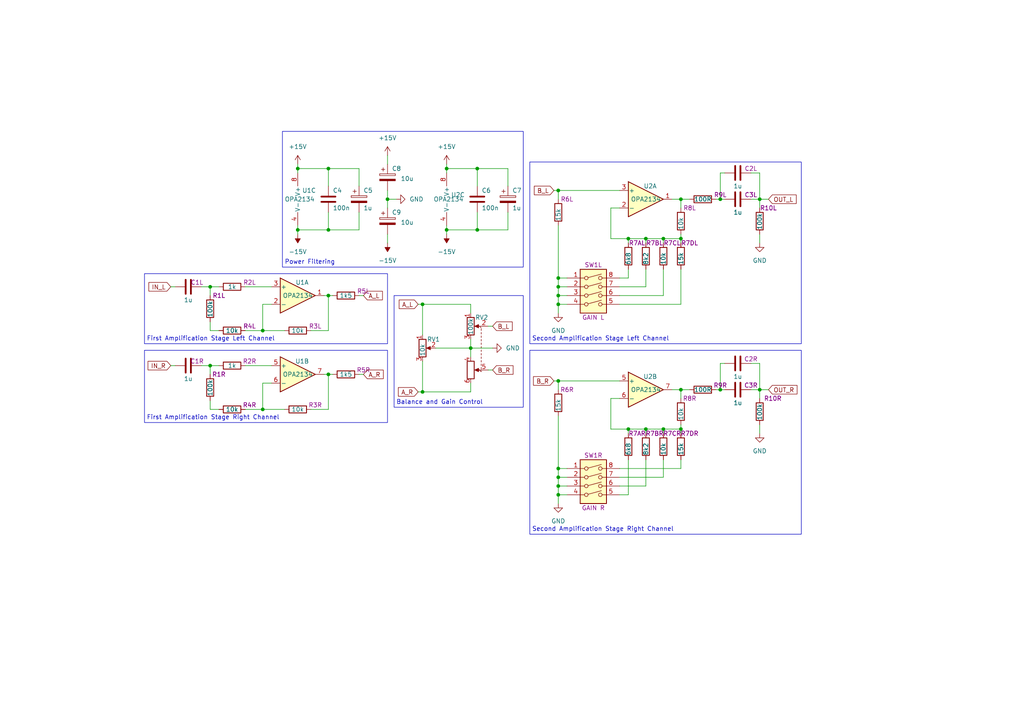
<source format=kicad_sch>
(kicad_sch (version 20230121) (generator eeschema)
  (paper "A4")
  (title_block (title "Audio Preamplifier") (date "2022-08-02") (rev "Rev 1.0") (company "Flavian Kaufmann"))
  (lib_symbols
    (symbol "Amplifier_Operational:OPA2134" (pin_names (offset 0.127))
      (property "Reference" "U" (at 0 5.08 0))
      (property "Value" "OPA2134" (at 0 -5.08 0))
      (symbol "OPA2134_1_1"
        (polyline (pts (xy -5.08 5.08) (xy 5.08 0) (xy -5.08 -5.08) (xy -5.08 5.08)) (stroke (width 0.254)) (fill (type background)))
        (pin output line (at 7.62 0 180) (length 2.54) (name "~") (number "1"))
        (pin input line (at -7.62 -2.54 0) (length 2.54) (name "-") (number "2"))
        (pin input line (at -7.62 2.54 0) (length 2.54) (name "+") (number "3"))
      )
      (symbol "OPA2134_2_1"
        (polyline (pts (xy -5.08 5.08) (xy 5.08 0) (xy -5.08 -5.08) (xy -5.08 5.08)) (stroke (width 0.254)) (fill (type background)))
        (pin input line (at -7.62 2.54 0) (length 2.54) (name "+") (number "5"))
        (pin input line (at -7.62 -2.54 0) (length 2.54) (name "-") (number "6"))
        (pin output line (at 7.62 0 180) (length 2.54) (name "~") (number "7"))
      )
      (symbol "OPA2134_3_1"
        (pin power_in line (at -2.54 -7.62 90) (length 3.81) (name "V-") (number "4"))
        (pin power_in line (at -2.54 7.62 270) (length 3.81) (name "V+") (number "8"))
      )
    )
    (symbol "Device:C" (pin_numbers hide) (pin_names (offset 0.254))
      (property "Reference" "C" (at 0.635 2.54 0))
      (property "Value" "C" (at 0.635 -2.54 0))
      (symbol "C_0_1"
        (polyline (pts (xy -2.032 -0.762) (xy 2.032 -0.762)) (stroke (width 0.508)))
        (polyline (pts (xy -2.032 0.762) (xy 2.032 0.762)) (stroke (width 0.508)))
      )
      (symbol "C_1_1"
        (pin passive line (at 0 3.81 270) (length 2.794) (name "~") (number "1"))
        (pin passive line (at 0 -3.81 90) (length 2.794) (name "~") (number "2"))
      )
    )
    (symbol "Device:C_Polarized" (pin_numbers hide) (pin_names (offset 0.254))
      (property "Reference" "C" (at 0.635 2.54 0))
      (property "Value" "C_Polarized" (at 0.635 -2.54 0))
      (symbol "C_Polarized_0_1"
        (rectangle (start -2.286 0.508) (end 2.286 1.016))
        (polyline (pts (xy -1.778 2.286) (xy -0.762 2.286)))
        (polyline (pts (xy -1.27 2.794) (xy -1.27 1.778)))
        (rectangle (start 2.286 -0.508) (end -2.286 -1.016) (fill (type outline)))
      )
      (symbol "C_Polarized_1_1"
        (pin passive line (at 0 3.81 270) (length 2.794) (name "~") (number "1"))
        (pin passive line (at 0 -3.81 90) (length 2.794) (name "~") (number "2"))
      )
    )
    (symbol "Device:R" (pin_numbers hide) (pin_names (offset 0))
      (property "Reference" "R" (at 2.032 0 90))
      (property "Value" "R" (at 0 0 90))
      (symbol "R_0_1"
        (rectangle (start -1.016 -2.54) (end 1.016 2.54) (stroke (width 0.254)))
      )
      (symbol "R_1_1"
        (pin passive line (at 0 3.81 270) (length 1.27) (name "~") (number "1"))
        (pin passive line (at 0 -3.81 90) (length 1.27) (name "~") (number "2"))
      )
    )
    (symbol "Device:R_Potentiometer" (pin_names (offset 1.016) hide)
      (property "Reference" "RV" (at -4.445 0 90))
      (property "Value" "R_Potentiometer" (at -2.54 0 90))
      (symbol "R_Potentiometer_0_1"
        (polyline (pts (xy 2.54 0) (xy 1.524 0)))
        (polyline (pts (xy 1.143 0) (xy 2.286 0.508) (xy 2.286 -0.508) (xy 1.143 0)) (fill (type outline)))
        (rectangle (start 1.016 2.54) (end -1.016 -2.54) (stroke (width 0.254)))
      )
      (symbol "R_Potentiometer_1_1"
        (pin passive line (at 0 3.81 270) (length 1.27) (name "1") (number "1"))
        (pin passive line (at 3.81 0 180) (length 1.27) (name "2") (number "2"))
        (pin passive line (at 0 -3.81 90) (length 1.27) (name "3") (number "3"))
      )
    )
    (symbol "Device:R_Potentiometer_Dual" (pin_names (offset 1.016) hide)
      (property "Reference" "RV" (at 0 3.81 0))
      (property "Value" "R_Potentiometer_Dual" (at 0 1.905 0))
      (symbol "R_Potentiometer_Dual_0_1"
        (rectangle (start -8.89 -1.524) (end -3.81 -3.556) (stroke (width 0.254)))
        (polyline (pts (xy -6.35 0) (xy -6.35 -1.016)))
        (polyline (pts (xy -6.35 0) (xy -6.35 -1.016)))
        (polyline (pts (xy -6.35 0) (xy -5.842 0.508)))
        (polyline (pts (xy -5.588 0.508) (xy -5.08 0.508)))
        (polyline (pts (xy -4.572 0.508) (xy -4.064 0.508)))
        (polyline (pts (xy -3.556 0.508) (xy -3.048 0.508)))
        (polyline (pts (xy -2.54 0.508) (xy -2.032 0.508)))
        (polyline (pts (xy -1.524 0.508) (xy -1.016 0.508)))
        (polyline (pts (xy -0.508 0.508) (xy 0 0.508)))
        (polyline (pts (xy 0.508 0.508) (xy 1.016 0.508)))
        (polyline (pts (xy 1.524 0.508) (xy 2.032 0.508)))
        (polyline (pts (xy 2.54 0.508) (xy 3.048 0.508)))
        (polyline (pts (xy 3.556 0.508) (xy 4.064 0.508)))
        (polyline (pts (xy 4.572 0.508) (xy 5.08 0.508)))
        (polyline (pts (xy 5.588 0.508) (xy 6.096 0.508)))
        (polyline (pts (xy 6.35 0) (xy 6.35 -1.016)))
        (polyline (pts (xy 6.35 0) (xy 6.35 -1.016)))
        (polyline (pts (xy 6.604 0.508) (xy 6.858 0.508) (xy 6.35 0)))
        (polyline (pts (xy -6.35 -1.397) (xy -6.858 -0.254) (xy -5.842 -0.254) (xy -6.35 -1.397)) (fill (type outline)))
        (polyline (pts (xy 6.35 -1.397) (xy 5.842 -0.254) (xy 6.858 -0.254) (xy 6.35 -1.397)) (fill (type outline)))
        (rectangle (start 3.81 -1.524) (end 8.89 -3.556) (stroke (width 0.254)))
      )
      (symbol "R_Potentiometer_Dual_1_1"
        (pin passive line (at -10.16 -2.54 0) (length 1.27) (name "1") (number "1"))
        (pin passive line (at -6.35 2.54 270) (length 2.54) (name "2") (number "2"))
        (pin passive line (at -2.54 -2.54 180) (length 1.27) (name "3") (number "3"))
        (pin passive line (at 2.54 -2.54 0) (length 1.27) (name "4") (number "4"))
        (pin passive line (at 6.35 2.54 270) (length 2.54) (name "5") (number "5"))
        (pin passive line (at 10.16 -2.54 180) (length 1.27) (name "6") (number "6"))
      )
    )
    (symbol "Switch:SW_DIP_x04" (pin_names (offset 0) hide)
      (property "Reference" "SW" (at 0 8.89 0))
      (property "Value" "SW_DIP_x04" (at 0 -6.35 0))
      (symbol "SW_DIP_x04_0_0"
        (circle (center -2.032 -2.54) (radius 0.508))
        (circle (center -2.032 0) (radius 0.508))
        (circle (center -2.032 2.54) (radius 0.508))
        (circle (center -2.032 5.08) (radius 0.508))
        (polyline (pts (xy -1.524 -2.3876) (xy 2.3622 -1.3462)))
        (polyline (pts (xy -1.524 0.127) (xy 2.3622 1.1684)))
        (polyline (pts (xy -1.524 2.667) (xy 2.3622 3.7084)))
        (polyline (pts (xy -1.524 5.207) (xy 2.3622 6.2484)))
        (circle (center 2.032 -2.54) (radius 0.508))
        (circle (center 2.032 0) (radius 0.508))
        (circle (center 2.032 2.54) (radius 0.508))
        (circle (center 2.032 5.08) (radius 0.508))
      )
      (symbol "SW_DIP_x04_0_1"
        (rectangle (start -3.81 7.62) (end 3.81 -5.08) (stroke (width 0.254)) (fill (type background)))
      )
      (symbol "SW_DIP_x04_1_1"
        (pin passive line (at -7.62 5.08 0) (length 5.08) (name "~") (number "1"))
        (pin passive line (at -7.62 2.54 0) (length 5.08) (name "~") (number "2"))
        (pin passive line (at -7.62 0 0) (length 5.08) (name "~") (number "3"))
        (pin passive line (at -7.62 -2.54 0) (length 5.08) (name "~") (number "4"))
        (pin passive line (at 7.62 -2.54 180) (length 5.08) (name "~") (number "5"))
        (pin passive line (at 7.62 0 180) (length 5.08) (name "~") (number "6"))
        (pin passive line (at 7.62 2.54 180) (length 5.08) (name "~") (number "7"))
        (pin passive line (at 7.62 5.08 180) (length 5.08) (name "~") (number "8"))
      )
    )
    (symbol "power:+15V" (power) (pin_names (offset 0))
      (property "Value" "+15V" (at 0 3.556 0))
      (symbol "+15V_0_1"
        (polyline (pts (xy -0.762 1.27) (xy 0 2.54)))
        (polyline (pts (xy 0 0) (xy 0 2.54)))
        (polyline (pts (xy 0 2.54) (xy 0.762 1.27)))
      )
      (symbol "+15V_1_1"
        (pin power_in line (at 0 0 90) (length 0) hide (name "+15V") (number "1"))
      )
    )
    (symbol "power:-15V" (power) (pin_names (offset 0))
      (property "Value" "-15V" (at 0 3.81 0))
      (symbol "-15V_0_0"
        (pin power_in line (at 0 0 90) (length 0) hide (name "-15V") (number "1"))
      )
      (symbol "-15V_0_1"
        (polyline (pts (xy 0 0) (xy 0 1.27) (xy 0.762 1.27) (xy 0 2.54) (xy -0.762 1.27) (xy 0 1.27)) (fill (type outline)))
      )
    )
    (symbol "power:GND" (power) (pin_names (offset 0))
      (property "Value" "GND" (at 0 -3.81 0))
      (symbol "GND_0_1"
        (polyline (pts (xy 0 0) (xy 0 -1.27) (xy 1.27 -1.27) (xy 0 -2.54) (xy -1.27 -1.27) (xy 0 -1.27)))
      )
      (symbol "GND_1_1"
        (pin power_in line (at 0 0 270) (length 0) hide (name "GND") (number "1"))
      )
    )
  )
  (junction (at 220.345 113.03))
  (junction (at 76.2 118.745))
  (junction (at 60.96 83.185))
  (junction (at 182.245 124.46))
  (junction (at 192.405 69.215))
  (junction (at 197.485 69.215))
  (junction (at 86.36 48.895))
  (junction (at 138.43 66.675))
  (junction (at 129.54 66.675))
  (junction (at 95.25 66.675))
  (junction (at 161.925 135.89))
  (junction (at 95.25 48.895))
  (junction (at 161.925 80.645))
  (junction (at 161.925 143.51))
  (junction (at 208.915 113.03))
  (junction (at 187.325 69.215))
  (junction (at 138.43 48.895))
  (junction (at 122.555 88.265))
  (junction (at 76.2 95.885))
  (junction (at 136.525 100.965))
  (junction (at 220.345 57.785))
  (junction (at 60.96 106.045))
  (junction (at 95.25 108.585))
  (junction (at 129.54 48.895))
  (junction (at 192.405 124.46))
  (junction (at 122.555 113.665))
  (junction (at 197.485 113.03))
  (junction (at 161.925 88.265))
  (junction (at 161.925 110.49))
  (junction (at 161.925 55.245))
  (junction (at 95.25 85.725))
  (junction (at 86.36 66.675))
  (junction (at 208.915 57.785))
  (junction (at 161.925 83.185))
  (junction (at 161.925 85.725))
  (junction (at 161.925 140.97))
  (junction (at 187.325 124.46))
  (junction (at 161.925 138.43))
  (junction (at 112.395 57.785))
  (junction (at 197.485 57.785))
  (junction (at 182.245 69.215))
  (junction (at 197.485 124.46))
  (wire (pts (xy 112.395 57.785) (xy 112.395 60.325)))
  (wire (pts (xy 95.25 85.725) (xy 96.52 85.725)))
  (wire (pts (xy 192.405 138.43) (xy 179.705 138.43)))
  (wire (pts (xy 187.325 124.46) (xy 192.405 124.46)))
  (wire (pts (xy 161.925 135.89) (xy 164.465 135.89)))
  (wire (pts (xy 58.42 83.185) (xy 60.96 83.185)))
  (wire (pts (xy 104.14 108.585) (xy 105.41 108.585)))
  (wire (pts (xy 187.325 124.46) (xy 187.325 125.73)))
  (wire (pts (xy 207.645 57.785) (xy 208.915 57.785)))
  (wire (pts (xy 179.705 55.245) (xy 161.925 55.245)))
  (wire (pts (xy 86.36 66.675) (xy 86.36 67.945)))
  (wire (pts (xy 217.805 57.785) (xy 220.345 57.785)))
  (wire (pts (xy 177.165 60.325) (xy 177.165 69.215)))
  (wire (pts (xy 179.705 60.325) (xy 177.165 60.325)))
  (wire (pts (xy 220.345 67.945) (xy 220.345 70.485)))
  (wire (pts (xy 182.245 143.51) (xy 179.705 143.51)))
  (wire (pts (xy 182.245 69.215) (xy 182.245 70.485)))
  (wire (pts (xy 126.365 100.965) (xy 136.525 100.965)))
  (wire (pts (xy 60.96 95.885) (xy 63.5 95.885)))
  (wire (pts (xy 217.805 113.03) (xy 220.345 113.03)))
  (wire (pts (xy 192.405 124.46) (xy 192.405 125.73)))
  (wire (pts (xy 220.345 113.03) (xy 220.345 115.57)))
  (wire (pts (xy 129.54 66.675) (xy 138.43 66.675)))
  (wire (pts (xy 161.925 55.245) (xy 161.925 57.785)))
  (wire (pts (xy 208.915 113.03) (xy 208.915 105.41)))
  (wire (pts (xy 161.925 140.97) (xy 161.925 143.51)))
  (wire (pts (xy 104.14 48.895) (xy 95.25 48.895)))
  (wire (pts (xy 179.705 110.49) (xy 161.925 110.49)))
  (wire (pts (xy 177.165 124.46) (xy 182.245 124.46)))
  (wire (pts (xy 187.325 69.215) (xy 187.325 70.485)))
  (wire (pts (xy 220.345 113.03) (xy 222.885 113.03)))
  (wire (pts (xy 104.14 53.975) (xy 104.14 48.895)))
  (wire (pts (xy 71.12 118.745) (xy 76.2 118.745)))
  (wire (pts (xy 161.925 140.97) (xy 164.465 140.97)))
  (wire (pts (xy 104.14 61.595) (xy 104.14 66.675)))
  (wire (pts (xy 197.485 124.46) (xy 197.485 125.73)))
  (wire (pts (xy 161.925 135.89) (xy 161.925 138.43)))
  (wire (pts (xy 187.325 133.35) (xy 187.325 140.97)))
  (wire (pts (xy 71.12 83.185) (xy 78.74 83.185)))
  (wire (pts (xy 220.345 50.165) (xy 220.345 57.785)))
  (wire (pts (xy 147.32 53.975) (xy 147.32 48.895)))
  (wire (pts (xy 220.345 123.19) (xy 220.345 125.73)))
  (wire (pts (xy 49.53 83.185) (xy 50.8 83.185)))
  (wire (pts (xy 160.655 55.245) (xy 161.925 55.245)))
  (wire (pts (xy 60.96 106.045) (xy 60.96 108.585)))
  (wire (pts (xy 192.405 69.215) (xy 192.405 70.485)))
  (wire (pts (xy 49.53 106.045) (xy 50.8 106.045)))
  (wire (pts (xy 197.485 57.785) (xy 200.025 57.785)))
  (wire (pts (xy 122.555 104.775) (xy 122.555 113.665)))
  (wire (pts (xy 177.165 69.215) (xy 182.245 69.215)))
  (wire (pts (xy 161.925 80.645) (xy 164.465 80.645)))
  (wire (pts (xy 138.43 61.595) (xy 138.43 66.675)))
  (wire (pts (xy 208.915 57.785) (xy 208.915 50.165)))
  (wire (pts (xy 129.54 65.405) (xy 129.54 66.675)))
  (wire (pts (xy 187.325 83.185) (xy 187.325 78.105)))
  (wire (pts (xy 161.925 143.51) (xy 161.925 146.05)))
  (wire (pts (xy 179.705 80.645) (xy 182.245 80.645)))
  (wire (pts (xy 197.485 135.89) (xy 197.485 133.35)))
  (wire (pts (xy 220.345 105.41) (xy 220.345 113.03)))
  (wire (pts (xy 138.43 53.975) (xy 138.43 48.895)))
  (wire (pts (xy 208.915 105.41) (xy 210.185 105.41)))
  (wire (pts (xy 208.915 50.165) (xy 210.185 50.165)))
  (wire (pts (xy 161.925 120.65) (xy 161.925 135.89)))
  (wire (pts (xy 129.54 47.625) (xy 129.54 48.895)))
  (wire (pts (xy 121.285 113.665) (xy 122.555 113.665)))
  (wire (pts (xy 161.925 83.185) (xy 164.465 83.185)))
  (wire (pts (xy 112.395 45.085) (xy 112.395 47.625)))
  (wire (pts (xy 141.605 107.315) (xy 142.875 107.315)))
  (wire (pts (xy 217.805 105.41) (xy 220.345 105.41)))
  (wire (pts (xy 78.74 111.125) (xy 76.2 111.125)))
  (wire (pts (xy 122.555 97.155) (xy 122.555 88.265)))
  (wire (pts (xy 197.485 124.46) (xy 197.485 123.19)))
  (wire (pts (xy 112.395 55.245) (xy 112.395 57.785)))
  (wire (pts (xy 220.345 57.785) (xy 222.885 57.785)))
  (wire (pts (xy 182.245 124.46) (xy 182.245 125.73)))
  (wire (pts (xy 177.165 115.57) (xy 177.165 124.46)))
  (wire (pts (xy 197.485 69.215) (xy 197.485 70.485)))
  (wire (pts (xy 161.925 88.265) (xy 164.465 88.265)))
  (wire (pts (xy 136.525 113.665) (xy 136.525 111.125)))
  (wire (pts (xy 136.525 88.265) (xy 136.525 90.805)))
  (wire (pts (xy 161.925 85.725) (xy 164.465 85.725)))
  (wire (pts (xy 197.485 57.785) (xy 197.485 60.325)))
  (wire (pts (xy 161.925 110.49) (xy 161.925 113.03)))
  (wire (pts (xy 76.2 95.885) (xy 82.55 95.885)))
  (wire (pts (xy 192.405 133.35) (xy 192.405 138.43)))
  (wire (pts (xy 179.705 115.57) (xy 177.165 115.57)))
  (wire (pts (xy 192.405 85.725) (xy 192.405 78.105)))
  (wire (pts (xy 60.96 93.345) (xy 60.96 95.885)))
  (wire (pts (xy 161.925 138.43) (xy 161.925 140.97)))
  (wire (pts (xy 197.485 113.03) (xy 200.025 113.03)))
  (wire (pts (xy 179.705 85.725) (xy 192.405 85.725)))
  (wire (pts (xy 147.32 48.895) (xy 138.43 48.895)))
  (wire (pts (xy 129.54 48.895) (xy 138.43 48.895)))
  (wire (pts (xy 147.32 66.675) (xy 138.43 66.675)))
  (wire (pts (xy 104.14 85.725) (xy 105.41 85.725)))
  (wire (pts (xy 179.705 83.185) (xy 187.325 83.185)))
  (wire (pts (xy 194.945 113.03) (xy 197.485 113.03)))
  (wire (pts (xy 76.2 118.745) (xy 82.55 118.745)))
  (wire (pts (xy 141.605 94.615) (xy 142.875 94.615)))
  (wire (pts (xy 136.525 100.965) (xy 142.875 100.965)))
  (wire (pts (xy 217.805 50.165) (xy 220.345 50.165)))
  (wire (pts (xy 95.25 85.725) (xy 95.25 95.885)))
  (wire (pts (xy 161.925 65.405) (xy 161.925 80.645)))
  (wire (pts (xy 71.12 95.885) (xy 76.2 95.885)))
  (wire (pts (xy 60.96 118.745) (xy 63.5 118.745)))
  (wire (pts (xy 179.705 88.265) (xy 197.485 88.265)))
  (wire (pts (xy 78.74 88.265) (xy 76.2 88.265)))
  (wire (pts (xy 187.325 140.97) (xy 179.705 140.97)))
  (wire (pts (xy 60.96 83.185) (xy 60.96 85.725)))
  (wire (pts (xy 161.925 83.185) (xy 161.925 85.725)))
  (wire (pts (xy 58.42 106.045) (xy 60.96 106.045)))
  (wire (pts (xy 197.485 113.03) (xy 197.485 115.57)))
  (wire (pts (xy 192.405 124.46) (xy 197.485 124.46)))
  (wire (pts (xy 192.405 69.215) (xy 197.485 69.215)))
  (wire (pts (xy 95.25 95.885) (xy 90.17 95.885)))
  (wire (pts (xy 95.25 61.595) (xy 95.25 66.675)))
  (wire (pts (xy 197.485 69.215) (xy 197.485 67.945)))
  (wire (pts (xy 122.555 113.665) (xy 136.525 113.665)))
  (wire (pts (xy 112.395 67.945) (xy 112.395 70.485)))
  (wire (pts (xy 76.2 111.125) (xy 76.2 118.745)))
  (wire (pts (xy 86.36 65.405) (xy 86.36 66.675)))
  (wire (pts (xy 129.54 48.895) (xy 129.54 50.165)))
  (wire (pts (xy 136.525 98.425) (xy 136.525 100.965)))
  (wire (pts (xy 95.25 53.975) (xy 95.25 48.895)))
  (wire (pts (xy 95.25 118.745) (xy 90.17 118.745)))
  (wire (pts (xy 112.395 57.785) (xy 114.935 57.785)))
  (wire (pts (xy 71.12 106.045) (xy 78.74 106.045)))
  (wire (pts (xy 208.915 113.03) (xy 210.185 113.03)))
  (wire (pts (xy 86.36 47.625) (xy 86.36 48.895)))
  (wire (pts (xy 182.245 133.35) (xy 182.245 143.51)))
  (wire (pts (xy 208.915 57.785) (xy 210.185 57.785)))
  (wire (pts (xy 121.285 88.265) (xy 122.555 88.265)))
  (wire (pts (xy 95.25 48.895) (xy 86.36 48.895)))
  (wire (pts (xy 76.2 88.265) (xy 76.2 95.885)))
  (wire (pts (xy 161.925 143.51) (xy 164.465 143.51)))
  (wire (pts (xy 60.96 83.185) (xy 63.5 83.185)))
  (wire (pts (xy 182.245 124.46) (xy 187.325 124.46)))
  (wire (pts (xy 187.325 69.215) (xy 192.405 69.215)))
  (wire (pts (xy 95.25 66.675) (xy 86.36 66.675)))
  (wire (pts (xy 161.925 138.43) (xy 164.465 138.43)))
  (wire (pts (xy 194.945 57.785) (xy 197.485 57.785)))
  (wire (pts (xy 182.245 80.645) (xy 182.245 78.105)))
  (wire (pts (xy 147.32 61.595) (xy 147.32 66.675)))
  (wire (pts (xy 160.655 110.49) (xy 161.925 110.49)))
  (wire (pts (xy 207.645 113.03) (xy 208.915 113.03)))
  (wire (pts (xy 60.96 106.045) (xy 63.5 106.045)))
  (wire (pts (xy 197.485 88.265) (xy 197.485 78.105)))
  (wire (pts (xy 122.555 88.265) (xy 136.525 88.265)))
  (wire (pts (xy 161.925 85.725) (xy 161.925 88.265)))
  (wire (pts (xy 161.925 80.645) (xy 161.925 83.185)))
  (wire (pts (xy 179.705 135.89) (xy 197.485 135.89)))
  (wire (pts (xy 93.98 108.585) (xy 95.25 108.585)))
  (wire (pts (xy 136.525 100.965) (xy 136.525 103.505)))
  (wire (pts (xy 95.25 108.585) (xy 96.52 108.585)))
  (wire (pts (xy 95.25 108.585) (xy 95.25 118.745)))
  (wire (pts (xy 161.925 88.265) (xy 161.925 90.805)))
  (wire (pts (xy 86.36 48.895) (xy 86.36 50.165)))
  (wire (pts (xy 129.54 66.675) (xy 129.54 67.945)))
  (wire (pts (xy 60.96 116.205) (xy 60.96 118.745)))
  (wire (pts (xy 104.14 66.675) (xy 95.25 66.675)))
  (wire (pts (xy 182.245 69.215) (xy 187.325 69.215)))
  (wire (pts (xy 93.98 85.725) (xy 95.25 85.725)))
  (wire (pts (xy 220.345 57.785) (xy 220.345 60.325)))
  (rectangle (start 41.91 79.375) (end 112.395 99.695))
  (rectangle (start 41.91 101.6) (end 112.395 122.555))
  (rectangle (start 81.915 38.1) (end 151.765 77.47))
  (rectangle (start 153.67 46.99) (end 232.41 99.695))
  (rectangle (start 114.3 85.725) (end 151.765 118.11))
  (rectangle (start 153.67 101.6) (end 232.41 154.94))
  (text "Power Filtering" (at 82.55 76.835 0) (effects (font (size 1.27 1.27)) (justify left bottom)))
  (text "Second Amplification Stage Right Channel" (at 154.305 154.305 0) (effects (font (size 1.27 1.27)) (justify left bottom)))
  (text "Balance and Gain Control" (at 114.935 117.475 0) (effects (font (size 1.27 1.27)) (justify left bottom)))
  (text "Second Amplification Stage Left Channel" (at 154.305 99.06 0) (effects (font (size 1.27 1.27)) (justify left bottom)))
  (text "First Amplification Stage Right Channel" (at 42.545 121.92 0) (effects (font (size 1.27 1.27)) (justify left bottom)))
  (text "First Amplification Stage Left Channel" (at 42.545 99.06 0) (effects (font (size 1.27 1.27)) (justify left bottom)))
  (global_label "A_L" (shape input) (at 121.285 88.265 180) (property "Intersheetrefs" "${INTERSHEET_REFS}" (effects hide)))
  (global_label "IN_L" (shape input) (at 49.53 83.185 180) (property "Intersheetrefs" "${INTERSHEET_REFS}" (effects hide)))
  (global_label "A_R" (shape input) (at 121.285 113.665 180) (property "Intersheetrefs" "${INTERSHEET_REFS}" (effects hide)))
  (global_label "B_L" (shape input) (at 160.655 55.245 180) (property "Intersheetrefs" "${INTERSHEET_REFS}" (effects hide)))
  (global_label "B_R" (shape input) (at 142.875 107.315 0) (property "Intersheetrefs" "${INTERSHEET_REFS}" (effects hide)))
  (global_label "OUT_L" (shape input) (at 222.885 57.785 0) (property "Intersheetrefs" "${INTERSHEET_REFS}" (effects hide)))
  (global_label "B_R" (shape input) (at 160.655 110.49 180) (property "Intersheetrefs" "${INTERSHEET_REFS}" (effects hide)))
  (global_label "B_L" (shape input) (at 142.875 94.615 0) (property "Intersheetrefs" "${INTERSHEET_REFS}" (effects hide)))
  (global_label "IN_R" (shape input) (at 49.53 106.045 180) (property "Intersheetrefs" "${INTERSHEET_REFS}" (effects hide)))
  (global_label "A_R" (shape input) (at 105.41 108.585 0) (property "Intersheetrefs" "${INTERSHEET_REFS}" (effects hide)))
  (global_label "A_L" (shape input) (at 105.41 85.725 0) (property "Intersheetrefs" "${INTERSHEET_REFS}" (effects hide)))
  (global_label "OUT_R" (shape input) (at 222.885 113.03 0) (property "Intersheetrefs" "${INTERSHEET_REFS}" (effects hide)))
  (symbol (lib_id "power:GND") (at 161.925 146.05 0) (unit 1)
    (property "Reference" "#PWR0102" (effects hide))
    (property "Value" "GND" (at 161.925 151.13 0))
  )
  (symbol (lib_id "Device:R") (at 220.345 119.38 0) (unit 1)
    (property "Reference" "R10R1" (effects hide))
    (property "Value" "100k" (at 220.345 121.92 90) (effects (justify left)))
    (property "Footprint" "Resistor_THT:R_Axial_DIN0207_L6.3mm_D2.5mm_P7.62mm_Horizontal" (effects hide))
    (property "Name" "R10R" (at 224.155 115.57 0))
  )
  (symbol (lib_id "Device:R_Potentiometer_Dual") (at 139.065 100.965 270) (unit 1) (on_board no)
    (property "Reference" "RV2" (at 141.605 92.075 90) (effects (justify right)))
    (property "Value" "100k" (at 136.525 97.155 0) (effects (justify right)))
  )
  (symbol (lib_id "Device:R") (at 220.345 64.135 0) (unit 1)
    (property "Reference" "R10L1" (effects hide))
    (property "Value" "100k" (at 220.345 66.675 90) (effects (justify left)))
    (property "Footprint" "Resistor_THT:R_Axial_DIN0207_L6.3mm_D2.5mm_P7.62mm_Horizontal" (effects hide))
    (property "Name" "R10L" (at 222.885 60.325 0))
  )
  (symbol (lib_id "Device:C") (at 213.995 105.41 90) (unit 1)
    (property "Reference" "C2L2" (effects hide))
    (property "Value" "1u" (at 213.995 109.22 90))
    (property "Footprint" "Capacitor_THT:C_Rect_L7.0mm_W3.5mm_P5.00mm" (effects hide))
    (property "Name" "C2R" (at 217.805 104.14 90))
  )
  (symbol (lib_id "power:-15V") (at 86.36 67.945 180) (unit 1)
    (property "Reference" "#PWR0108" (effects hide))
    (property "Value" "-15V" (at 86.36 73.025 0))
  )
  (symbol (lib_id "Amplifier_Operational:OPA2134") (at 86.36 85.725 0) (unit 1)
    (property "Reference" "U1" (at 87.63 81.915 0))
    (property "Value" "OPA2134" (at 86.36 85.725 0))
    (property "Footprint" "Package_DIP:DIP-8_W7.62mm" (effects hide))
    (property "Datasheet" "http://www.ti.com/lit/ds/symlink/opa134.pdf" (effects hide))
  )
  (symbol (lib_id "Device:C_Polarized") (at 112.395 64.135 0) (unit 1)
    (property "Reference" "C9" (at 113.665 61.595 0) (effects (justify left)))
    (property "Value" "10u" (at 116.205 64.5159 0) (effects (justify left)))
    (property "Footprint" "Capacitor_THT:CP_Radial_D6.3mm_P2.50mm" (effects hide))
  )
  (symbol (lib_id "Device:C") (at 95.25 57.785 0) (unit 1)
    (property "Reference" "C4" (at 96.52 55.245 0) (effects (justify left)))
    (property "Value" "100n" (at 96.52 60.325 0) (effects (justify left)))
    (property "Footprint" "Capacitor_THT:C_Rect_L4.0mm_W2.5mm_P2.50mm" (effects hide))
  )
  (symbol (lib_id "power:GND") (at 161.925 90.805 0) (unit 1)
    (property "Reference" "#PWR0101" (effects hide))
    (property "Value" "GND" (at 161.925 95.885 0))
  )
  (symbol (lib_id "Device:R") (at 187.325 74.295 0) (unit 1)
    (property "Reference" "R7BL1" (effects hide))
    (property "Value" "8k2" (at 187.325 76.835 90) (effects (justify left)))
    (property "Footprint" "Resistor_THT:R_Axial_DIN0207_L6.3mm_D2.5mm_P7.62mm_Horizontal" (effects hide))
    (property "Name" "R7BL" (at 189.865 70.485 0))
  )
  (symbol (lib_id "Device:R") (at 161.925 61.595 0) (unit 1)
    (property "Reference" "R6L1" (effects hide))
    (property "Value" "15k" (at 161.925 64.135 90) (effects (justify left)))
    (property "Footprint" "Resistor_THT:R_Axial_DIN0207_L6.3mm_D2.5mm_P7.62mm_Horizontal" (effects hide))
    (property "Name" "R6L" (at 164.465 57.785 0))
  )
  (symbol (lib_id "Device:C") (at 213.995 50.165 90) (unit 1)
    (property "Reference" "C2L1" (effects hide))
    (property "Value" "1u" (at 213.995 53.975 90))
    (property "Footprint" "Capacitor_THT:C_Rect_L7.0mm_W3.5mm_P5.00mm" (effects hide))
    (property "Name" "C2L" (at 217.805 48.895 90))
  )
  (symbol (lib_id "Device:R") (at 197.485 129.54 0) (unit 1)
    (property "Reference" "R7DR1" (effects hide))
    (property "Value" "15k" (at 197.485 132.08 90) (effects (justify left)))
    (property "Footprint" "Resistor_THT:R_Axial_DIN0207_L6.3mm_D2.5mm_P7.62mm_Horizontal" (effects hide))
    (property "Name" "R7DR" (at 200.025 125.73 0))
  )
  (symbol (lib_id "Switch:SW_DIP_x04") (at 172.085 85.725 0) (unit 1)
    (property "Reference" "SW1L1" (effects hide))
    (property "Value" "SW_DIP_x04" (effects hide))
    (property "Footprint" "Package_DIP:DIP-8_W7.62mm" (effects hide))
    (property "Name" "SW1L" (at 172.085 76.835 0))
    (property "Info" "GAIN L" (at 172.085 92.075 0))
  )
  (symbol (lib_id "power:+15V") (at 86.36 47.625 0) (unit 1)
    (property "Reference" "#PWR0109" (effects hide))
    (property "Value" "+15V" (at 86.36 42.545 0))
  )
  (symbol (lib_id "Amplifier_Operational:OPA2134") (at 86.36 108.585 0) (unit 2)
    (property "Reference" "U1" (at 87.63 104.775 0))
    (property "Value" "OPA2134" (at 86.36 108.585 0))
    (property "Footprint" "Package_DIP:DIP-8_W7.62mm" (effects hide))
    (property "Datasheet" "http://www.ti.com/lit/ds/symlink/opa134.pdf" (effects hide))
  )
  (symbol (lib_id "Device:C") (at 54.61 83.185 90) (unit 1)
    (property "Reference" "C1L1" (effects hide))
    (property "Value" "1u" (at 54.61 86.995 90))
    (property "Footprint" "Capacitor_THT:C_Rect_L7.0mm_W3.5mm_P5.00mm" (effects hide))
    (property "Name" "C1L" (at 57.15 81.915 90))
  )
  (symbol (lib_id "Device:R") (at 187.325 129.54 0) (unit 1)
    (property "Reference" "R7BR1" (effects hide))
    (property "Value" "8k2" (at 187.325 132.08 90) (effects (justify left)))
    (property "Footprint" "Resistor_THT:R_Axial_DIN0207_L6.3mm_D2.5mm_P7.62mm_Horizontal" (effects hide))
    (property "Name" "R7BR" (at 189.865 125.73 0))
  )
  (symbol (lib_id "Amplifier_Operational:OPA2134") (at 132.08 57.785 0) (unit 3)
    (property "Reference" "U2" (at 130.81 56.5149 0) (effects (justify left)))
    (property "Value" "OPA2134" (at 125.73 57.785 0) (effects (justify left)))
    (property "Footprint" "Package_DIP:DIP-8_W7.62mm" (effects hide))
    (property "Datasheet" "http://www.ti.com/lit/ds/symlink/opa134.pdf" (effects hide))
  )
  (symbol (lib_id "Device:R") (at 182.245 129.54 0) (unit 1)
    (property "Reference" "R7AR1" (effects hide))
    (property "Value" "6k8" (at 182.245 132.08 90) (effects (justify left)))
    (property "Footprint" "Resistor_THT:R_Axial_DIN0207_L6.3mm_D2.5mm_P7.62mm_Horizontal" (effects hide))
    (property "Name" "R7AR" (at 184.785 125.73 0))
  )
  (symbol (lib_id "Device:R") (at 197.485 64.135 0) (unit 1)
    (property "Reference" "R8L1" (effects hide))
    (property "Value" "10k" (at 197.485 66.675 90) (effects (justify left)))
    (property "Footprint" "Resistor_THT:R_Axial_DIN0207_L6.3mm_D2.5mm_P7.62mm_Horizontal" (effects hide))
    (property "Name" "R8L" (at 200.025 60.325 0))
  )
  (symbol (lib_id "power:GND") (at 142.875 100.965 90) (unit 1)
    (property "Reference" "#PWR0107" (effects hide))
    (property "Value" "GND" (at 146.685 100.9649 90) (effects (justify right)))
  )
  (symbol (lib_id "Device:R") (at 60.96 112.395 0) (unit 1)
    (property "Reference" "R1R1" (effects hide))
    (property "Value" "100k" (at 60.96 114.935 90) (effects (justify left)))
    (property "Footprint" "Resistor_THT:R_Axial_DIN0207_L6.3mm_D2.5mm_P7.62mm_Horizontal" (effects hide))
    (property "Name" "R1R" (at 63.5 108.585 0))
  )
  (symbol (lib_id "Device:R") (at 197.485 119.38 0) (unit 1)
    (property "Reference" "R8R1" (effects hide))
    (property "Value" "10k" (at 197.485 121.92 90) (effects (justify left)))
    (property "Footprint" "Resistor_THT:R_Axial_DIN0207_L6.3mm_D2.5mm_P7.62mm_Horizontal" (effects hide))
    (property "Name" "R8R" (at 200.025 115.57 0))
  )
  (symbol (lib_id "Device:R") (at 67.31 118.745 90) (unit 1)
    (property "Reference" "R4R1" (effects hide))
    (property "Value" "10k" (at 67.31 118.745 90))
    (property "Footprint" "Resistor_THT:R_Axial_DIN0207_L6.3mm_D2.5mm_P7.62mm_Horizontal" (effects hide))
    (property "Name" "R4R" (at 72.39 117.475 90))
  )
  (symbol (lib_id "Device:R") (at 60.96 89.535 0) (unit 1)
    (property "Reference" "R1L1" (effects hide))
    (property "Value" "100k" (at 60.96 92.075 90) (effects (justify left)))
    (property "Footprint" "Resistor_THT:R_Axial_DIN0207_L6.3mm_D2.5mm_P7.62mm_Horizontal" (effects hide))
    (property "Name" "R1L" (at 63.5 85.725 0))
  )
  (symbol (lib_id "Device:R") (at 203.835 113.03 90) (unit 1)
    (property "Reference" "R9R1" (effects hide))
    (property "Value" "100R" (at 203.835 113.03 90))
    (property "Footprint" "Resistor_THT:R_Axial_DIN0207_L6.3mm_D2.5mm_P7.62mm_Horizontal" (effects hide))
    (property "Name" "R9R" (at 208.915 111.76 90))
  )
  (symbol (lib_id "Device:R") (at 192.405 74.295 0) (unit 1)
    (property "Reference" "R7CL1" (effects hide))
    (property "Value" "10k" (at 192.405 76.835 90) (effects (justify left)))
    (property "Footprint" "Resistor_THT:R_Axial_DIN0207_L6.3mm_D2.5mm_P7.62mm_Horizontal" (effects hide))
    (property "Name" "R7CL" (at 194.945 70.485 0))
  )
  (symbol (lib_id "power:-15V") (at 112.395 70.485 180) (unit 1)
    (property "Reference" "#PWR0112" (effects hide))
    (property "Value" "-15V" (at 112.395 75.565 0))
  )
  (symbol (lib_id "Device:C_Polarized") (at 147.32 57.785 0) (unit 1)
    (property "Reference" "C7" (at 148.59 55.245 0) (effects (justify left)))
    (property "Value" "1u" (at 148.59 60.325 0) (effects (justify left)))
    (property "Footprint" "Capacitor_THT:CP_Radial_D5.0mm_P2.00mm" (effects hide))
  )
  (symbol (lib_id "Device:C_Polarized") (at 104.14 57.785 0) (unit 1)
    (property "Reference" "C5" (at 105.41 55.245 0) (effects (justify left)))
    (property "Value" "1u" (at 105.41 60.325 0) (effects (justify left)))
    (property "Footprint" "Capacitor_THT:CP_Radial_D5.0mm_P2.00mm" (effects hide))
  )
  (symbol (lib_id "Switch:SW_DIP_x04") (at 172.085 140.97 0) (unit 1)
    (property "Reference" "SW1R1" (effects hide))
    (property "Value" "SW_DIP_x04" (effects hide))
    (property "Footprint" "Package_DIP:DIP-8_W7.62mm" (effects hide))
    (property "Name" "SW1R" (at 172.085 132.08 0))
    (property "Info" "GAIN R" (at 172.085 147.32 0))
  )
  (symbol (lib_id "power:GND") (at 220.345 125.73 0) (unit 1)
    (property "Reference" "#PWR0104" (effects hide))
    (property "Value" "GND" (at 220.345 130.81 0))
  )
  (symbol (lib_id "Device:R") (at 203.835 57.785 90) (unit 1)
    (property "Reference" "R9L1" (effects hide))
    (property "Value" "100R" (at 203.835 57.785 90))
    (property "Footprint" "Resistor_THT:R_Axial_DIN0207_L6.3mm_D2.5mm_P7.62mm_Horizontal" (effects hide))
    (property "Name" "R9L" (at 208.915 56.515 90))
  )
  (symbol (lib_id "power:GND") (at 114.935 57.785 90) (unit 1)
    (property "Reference" "#PWR0111" (effects hide))
    (property "Value" "GND" (at 118.745 57.7849 90) (effects (justify right)))
  )
  (symbol (lib_id "Device:R") (at 67.31 83.185 90) (unit 1)
    (property "Reference" "R2L1" (effects hide))
    (property "Value" "1k" (at 67.31 83.185 90))
    (property "Footprint" "Resistor_THT:R_Axial_DIN0207_L6.3mm_D2.5mm_P7.62mm_Horizontal" (effects hide))
    (property "Name" "R2L" (at 72.39 81.915 90))
  )
  (symbol (lib_id "Device:R_Potentiometer") (at 122.555 100.965 0) (unit 1) (on_board no)
    (property "Reference" "RV1" (at 127.635 98.425 0) (effects (justify right)))
    (property "Value" "10k" (at 122.555 99.695 90) (effects (justify right)))
  )
  (symbol (lib_id "Device:R") (at 182.245 74.295 0) (unit 1)
    (property "Reference" "R7AL1" (effects hide))
    (property "Value" "6k8" (at 182.245 76.835 90) (effects (justify left)))
    (property "Footprint" "Resistor_THT:R_Axial_DIN0207_L6.3mm_D2.5mm_P7.62mm_Horizontal" (effects hide))
    (property "Name" "R7AL" (at 184.785 70.485 0))
  )
  (symbol (lib_id "Device:R") (at 161.925 116.84 0) (unit 1)
    (property "Reference" "R6R1" (effects hide))
    (property "Value" "15k" (at 161.925 119.38 90) (effects (justify left)))
    (property "Footprint" "Resistor_THT:R_Axial_DIN0207_L6.3mm_D2.5mm_P7.62mm_Horizontal" (effects hide))
    (property "Name" "R6R" (at 164.465 113.03 0))
  )
  (symbol (lib_id "Device:C_Polarized") (at 112.395 51.435 0) (unit 1)
    (property "Reference" "C8" (at 113.665 48.895 0) (effects (justify left)))
    (property "Value" "10u" (at 116.205 51.8159 0) (effects (justify left)))
    (property "Footprint" "Capacitor_THT:CP_Radial_D6.3mm_P2.50mm" (effects hide))
  )
  (symbol (lib_id "Device:R") (at 192.405 129.54 0) (unit 1)
    (property "Reference" "R7CR1" (effects hide))
    (property "Value" "10k" (at 192.405 132.08 90) (effects (justify left)))
    (property "Footprint" "Resistor_THT:R_Axial_DIN0207_L6.3mm_D2.5mm_P7.62mm_Horizontal" (effects hide))
    (property "Name" "R7CR" (at 194.945 125.73 0))
  )
  (symbol (lib_id "Device:C") (at 138.43 57.785 0) (unit 1)
    (property "Reference" "C6" (at 139.7 55.245 0) (effects (justify left)))
    (property "Value" "100n" (at 139.7 60.325 0) (effects (justify left)))
    (property "Footprint" "Capacitor_THT:C_Rect_L4.0mm_W2.5mm_P2.50mm" (effects hide))
  )
  (symbol (lib_id "Device:R") (at 86.36 95.885 90) (unit 1)
    (property "Reference" "R3L1" (effects hide))
    (property "Value" "10k" (at 86.36 95.885 90))
    (property "Footprint" "Resistor_THT:R_Axial_DIN0207_L6.3mm_D2.5mm_P7.62mm_Horizontal" (effects hide))
    (property "Name" "R3L" (at 91.44 94.615 90))
  )
  (symbol (lib_id "power:GND") (at 220.345 70.485 0) (unit 1)
    (property "Reference" "#PWR0103" (effects hide))
    (property "Value" "GND" (at 220.345 75.565 0))
  )
  (symbol (lib_id "Device:C") (at 54.61 106.045 90) (unit 1)
    (property "Reference" "C1R1" (effects hide))
    (property "Value" "1u" (at 54.61 109.855 90))
    (property "Footprint" "Capacitor_THT:C_Rect_L7.0mm_W3.5mm_P5.00mm" (effects hide))
    (property "Name" "C1R" (at 57.15 104.775 90))
  )
  (symbol (lib_id "Device:R") (at 100.33 108.585 90) (unit 1)
    (property "Reference" "R5R1" (effects hide))
    (property "Value" "1k5" (at 100.33 108.585 90))
    (property "Footprint" "Resistor_THT:R_Axial_DIN0207_L6.3mm_D2.5mm_P7.62mm_Horizontal" (effects hide))
    (property "Name" "R5R" (at 105.41 107.315 90))
  )
  (symbol (lib_id "Device:R") (at 67.31 95.885 90) (unit 1)
    (property "Reference" "R4L1" (effects hide))
    (property "Value" "10k" (at 67.31 95.885 90))
    (property "Footprint" "Resistor_THT:R_Axial_DIN0207_L6.3mm_D2.5mm_P7.62mm_Horizontal" (effects hide))
    (property "Name" "R4L" (at 72.39 94.615 90))
  )
  (symbol (lib_id "power:+15V") (at 129.54 47.625 0) (unit 1)
    (property "Reference" "#PWR0105" (effects hide))
    (property "Value" "+15V" (at 129.54 42.545 0))
  )
  (symbol (lib_id "Amplifier_Operational:OPA2134") (at 88.9 57.785 0) (unit 3)
    (property "Reference" "U1" (at 87.63 55.245 0) (effects (justify left)))
    (property "Value" "OPA2134" (at 82.55 57.785 0) (effects (justify left)))
    (property "Footprint" "Package_DIP:DIP-8_W7.62mm" (effects hide))
    (property "Datasheet" "http://www.ti.com/lit/ds/symlink/opa134.pdf" (effects hide))
  )
  (symbol (lib_id "Device:R") (at 100.33 85.725 90) (unit 1)
    (property "Reference" "R5L1" (effects hide))
    (property "Value" "1k5" (at 100.33 85.725 90))
    (property "Footprint" "Resistor_THT:R_Axial_DIN0207_L6.3mm_D2.5mm_P7.62mm_Horizontal" (effects hide))
    (property "Name" "R5L" (at 105.41 84.455 90))
  )
  (symbol (lib_id "Amplifier_Operational:OPA2134") (at 187.325 113.03 0) (unit 2)
    (property "Reference" "U2" (at 188.595 109.22 0))
    (property "Value" "OPA2134" (at 187.325 113.03 0))
    (property "Footprint" "Package_DIP:DIP-8_W7.62mm" (effects hide))
    (property "Datasheet" "http://www.ti.com/lit/ds/symlink/opa134.pdf" (effects hide))
  )
  (symbol (lib_id "Amplifier_Operational:OPA2134") (at 187.325 57.785 0) (unit 1)
    (property "Reference" "U2" (at 188.595 53.975 0))
    (property "Value" "OPA2134" (at 187.325 57.785 0))
    (property "Footprint" "Package_DIP:DIP-8_W7.62mm" (effects hide))
    (property "Datasheet" "http://www.ti.com/lit/ds/symlink/opa134.pdf" (effects hide))
  )
  (symbol (lib_id "Device:R") (at 86.36 118.745 90) (unit 1)
    (property "Reference" "R3R1" (effects hide))
    (property "Value" "10k" (at 86.36 118.745 90))
    (property "Footprint" "Resistor_THT:R_Axial_DIN0207_L6.3mm_D2.5mm_P7.62mm_Horizontal" (effects hide))
    (property "Name" "R3R" (at 91.44 117.475 90))
  )
  (symbol (lib_id "Device:C") (at 213.995 113.03 270) (unit 1)
    (property "Reference" "C3L2" (effects hide))
    (property "Value" "1u" (at 213.995 116.84 90))
    (property "Footprint" "Capacitor_THT:C_Rect_L7.0mm_W3.5mm_P5.00mm" (effects hide))
    (property "Name" "C3R" (at 217.805 111.76 90))
  )
  (symbol (lib_id "Device:R") (at 197.485 74.295 0) (unit 1)
    (property "Reference" "R7DL1" (effects hide))
    (property "Value" "15k" (at 197.485 76.835 90) (effects (justify left)))
    (property "Footprint" "Resistor_THT:R_Axial_DIN0207_L6.3mm_D2.5mm_P7.62mm_Horizontal" (effects hide))
    (property "Name" "R7DL" (at 200.025 70.485 0))
  )
  (symbol (lib_id "Device:C") (at 213.995 57.785 270) (unit 1)
    (property "Reference" "C3L1" (effects hide))
    (property "Value" "1u" (at 213.995 61.595 90))
    (property "Footprint" "Capacitor_THT:C_Rect_L7.0mm_W3.5mm_P5.00mm" (effects hide))
    (property "Name" "C3L" (at 217.805 56.515 90))
  )
  (symbol (lib_id "power:-15V") (at 129.54 67.945 180) (unit 1)
    (property "Reference" "#PWR0106" (effects hide))
    (property "Value" "-15V" (at 129.54 73.025 0))
  )
  (symbol (lib_id "Device:R") (at 67.31 106.045 90) (unit 1)
    (property "Reference" "R2R1" (effects hide))
    (property "Value" "1k" (at 67.31 106.045 90))
    (property "Footprint" "Resistor_THT:R_Axial_DIN0207_L6.3mm_D2.5mm_P7.62mm_Horizontal" (effects hide))
    (property "Name" "R2R" (at 72.39 104.775 90))
  )
  (symbol (lib_id "power:+15V") (at 112.395 45.085 0) (unit 1)
    (property "Reference" "#PWR0110" (effects hide))
    (property "Value" "+15V" (at 112.395 40.005 0))
  )
)
</source>
